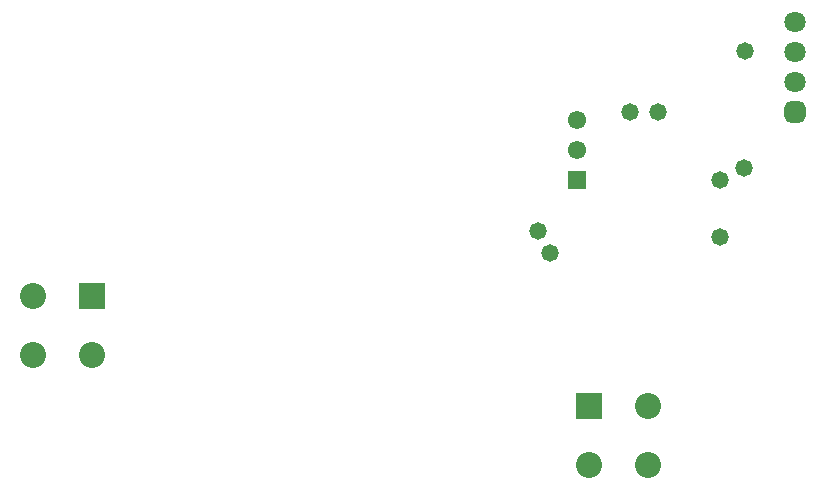
<source format=gbs>
G04*
G04 #@! TF.GenerationSoftware,Altium Limited,Altium Designer,24.9.1 (31)*
G04*
G04 Layer_Color=16711935*
%FSLAX44Y44*%
%MOMM*%
G71*
G04*
G04 #@! TF.SameCoordinates,0B797857-0A8E-427F-998E-046D245C4392*
G04*
G04*
G04 #@! TF.FilePolarity,Negative*
G04*
G01*
G75*
%ADD27C,1.8032*%
G04:AMPARAMS|DCode=28|XSize=1.8032mm|YSize=1.8032mm|CornerRadius=0.5016mm|HoleSize=0mm|Usage=FLASHONLY|Rotation=90.000|XOffset=0mm|YOffset=0mm|HoleType=Round|Shape=RoundedRectangle|*
%AMROUNDEDRECTD28*
21,1,1.8032,0.8000,0,0,90.0*
21,1,0.8000,1.8032,0,0,90.0*
1,1,1.0032,0.4000,0.4000*
1,1,1.0032,0.4000,-0.4000*
1,1,1.0032,-0.4000,-0.4000*
1,1,1.0032,-0.4000,0.4000*
%
%ADD28ROUNDEDRECTD28*%
%ADD29R,1.5500X1.5500*%
%ADD30C,1.5500*%
%ADD31R,2.2098X2.2098*%
%ADD32C,2.2098*%
%ADD33R,2.2098X2.2098*%
%ADD34C,1.4732*%
D27*
X735330Y420370D02*
D03*
Y394970D02*
D03*
Y369570D02*
D03*
D28*
Y344170D02*
D03*
D29*
X551180Y287020D02*
D03*
D30*
Y312420D02*
D03*
Y337820D02*
D03*
D31*
X560870Y95250D02*
D03*
D32*
Y45250D02*
D03*
X610870D02*
D03*
Y95250D02*
D03*
X90170Y188430D02*
D03*
Y138430D02*
D03*
X140170D02*
D03*
D33*
Y188430D02*
D03*
D34*
X671830Y287020D02*
D03*
Y238760D02*
D03*
X692150Y297180D02*
D03*
X619760Y344170D02*
D03*
X595630D02*
D03*
X517890Y243570D02*
D03*
X528320Y224790D02*
D03*
X693420Y396240D02*
D03*
M02*

</source>
